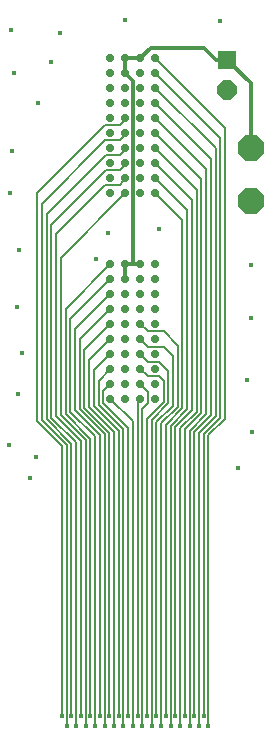
<source format=gtl>
G75*
%MOIN*%
%OFA0B0*%
%FSLAX25Y25*%
%IPPOS*%
%LPD*%
%AMOC8*
5,1,8,0,0,1.08239X$1,22.5*
%
%ADD10OC8,0.02800*%
%ADD11OC8,0.06496*%
%ADD12R,0.06496X0.06496*%
%ADD13OC8,0.08858*%
%ADD14C,0.01587*%
%ADD15C,0.01200*%
%ADD16C,0.00500*%
D10*
X0131795Y0159459D03*
X0131795Y0164459D03*
X0131795Y0169459D03*
X0131795Y0174459D03*
X0131795Y0179459D03*
X0131795Y0184459D03*
X0131795Y0189459D03*
X0131795Y0194459D03*
X0131795Y0199459D03*
X0131795Y0204459D03*
X0136795Y0204459D03*
X0141795Y0204459D03*
X0141795Y0199459D03*
X0136795Y0199459D03*
X0136795Y0194459D03*
X0141795Y0194459D03*
X0141795Y0189459D03*
X0136795Y0189459D03*
X0136795Y0184459D03*
X0141795Y0184459D03*
X0141795Y0179459D03*
X0136795Y0179459D03*
X0136795Y0174459D03*
X0141795Y0174459D03*
X0141795Y0169459D03*
X0136795Y0169459D03*
X0136795Y0164459D03*
X0141795Y0164459D03*
X0141795Y0159459D03*
X0136795Y0159459D03*
X0146795Y0159459D03*
X0146795Y0164459D03*
X0146795Y0169459D03*
X0146795Y0174459D03*
X0146795Y0179459D03*
X0146795Y0184459D03*
X0146795Y0189459D03*
X0146795Y0194459D03*
X0146795Y0199459D03*
X0146795Y0204459D03*
X0146795Y0227975D03*
X0146795Y0232975D03*
X0141795Y0232975D03*
X0136795Y0232975D03*
X0136795Y0227975D03*
X0141795Y0227975D03*
X0131795Y0227975D03*
X0131795Y0232975D03*
X0131795Y0237975D03*
X0131795Y0242975D03*
X0131795Y0247975D03*
X0131795Y0252975D03*
X0131795Y0257975D03*
X0131795Y0262975D03*
X0131795Y0267975D03*
X0131795Y0272975D03*
X0136795Y0272975D03*
X0136795Y0267975D03*
X0141795Y0267975D03*
X0141795Y0272975D03*
X0146795Y0272975D03*
X0146795Y0267975D03*
X0146795Y0262975D03*
X0146795Y0257975D03*
X0141795Y0257975D03*
X0136795Y0257975D03*
X0136795Y0262975D03*
X0141795Y0262975D03*
X0141795Y0252975D03*
X0136795Y0252975D03*
X0136795Y0247975D03*
X0141795Y0247975D03*
X0141795Y0242975D03*
X0136795Y0242975D03*
X0136795Y0237975D03*
X0141795Y0237975D03*
X0146795Y0237975D03*
X0146795Y0242975D03*
X0146795Y0247975D03*
X0146795Y0252975D03*
D11*
X0170791Y0262510D03*
D12*
X0170791Y0272510D03*
D13*
X0178665Y0242982D03*
X0178665Y0225266D03*
D14*
X0105043Y0133140D03*
X0107012Y0140226D03*
X0097957Y0144163D03*
X0101106Y0161092D03*
X0102287Y0174872D03*
X0100713Y0190226D03*
X0101500Y0209124D03*
X0098350Y0228022D03*
X0099138Y0242195D03*
X0107799Y0257943D03*
X0099531Y0268179D03*
X0098744Y0282352D03*
X0112130Y0271722D03*
X0114886Y0281565D03*
X0136539Y0285896D03*
X0168429Y0285502D03*
X0147957Y0216211D03*
X0131028Y0214636D03*
X0127091Y0205974D03*
X0177484Y0165817D03*
X0179059Y0148494D03*
X0174335Y0136289D03*
X0178665Y0186289D03*
X0178665Y0204006D03*
X0162917Y0053612D03*
X0159768Y0053612D03*
X0156618Y0053612D03*
X0153468Y0053612D03*
X0151894Y0050463D03*
X0155043Y0050463D03*
X0158193Y0050463D03*
X0161343Y0050463D03*
X0164492Y0050463D03*
X0150319Y0053612D03*
X0147169Y0053612D03*
X0144020Y0053612D03*
X0140870Y0053612D03*
X0137720Y0053612D03*
X0134571Y0053612D03*
X0131421Y0053612D03*
X0128272Y0053612D03*
X0129846Y0050463D03*
X0126697Y0050463D03*
X0123547Y0050463D03*
X0120398Y0050463D03*
X0117248Y0050463D03*
X0115673Y0053612D03*
X0118823Y0053612D03*
X0121972Y0053612D03*
X0125122Y0053612D03*
X0132996Y0050463D03*
X0136146Y0050463D03*
X0139295Y0050463D03*
X0142445Y0050463D03*
X0145594Y0050463D03*
X0148744Y0050463D03*
D15*
X0136795Y0199459D02*
X0136795Y0204459D01*
X0139295Y0204459D01*
X0141795Y0204459D01*
X0139295Y0204459D02*
X0139295Y0265475D01*
X0136795Y0267975D01*
X0136795Y0272975D01*
X0141795Y0272975D01*
X0145267Y0276447D01*
X0162917Y0276447D01*
X0166854Y0272510D01*
X0170791Y0272510D01*
X0178665Y0264636D01*
X0178665Y0242982D01*
D16*
X0170004Y0249766D02*
X0170004Y0152825D01*
X0164492Y0147313D01*
X0164492Y0050463D01*
X0162917Y0053612D02*
X0162917Y0147707D01*
X0168429Y0153218D01*
X0168429Y0246341D01*
X0146795Y0267975D01*
X0146795Y0272975D02*
X0170004Y0249766D01*
X0166854Y0242916D02*
X0166854Y0153612D01*
X0161343Y0148100D01*
X0161343Y0050463D01*
X0158193Y0050463D02*
X0158193Y0148888D01*
X0163705Y0154400D01*
X0163705Y0236065D01*
X0146795Y0252975D01*
X0146795Y0247975D02*
X0162130Y0232640D01*
X0162130Y0154793D01*
X0156618Y0149281D01*
X0156618Y0053612D01*
X0153468Y0053612D02*
X0153468Y0150069D01*
X0158980Y0155581D01*
X0158980Y0225790D01*
X0146795Y0237975D01*
X0146795Y0242975D02*
X0160555Y0229215D01*
X0160555Y0155187D01*
X0155043Y0149675D01*
X0155043Y0050463D01*
X0151894Y0050463D02*
X0151894Y0150463D01*
X0157405Y0155974D01*
X0157405Y0222365D01*
X0146795Y0232975D01*
X0146795Y0227975D02*
X0155831Y0218939D01*
X0155831Y0156368D01*
X0150319Y0150856D01*
X0150319Y0053612D01*
X0147169Y0053612D02*
X0147169Y0151644D01*
X0152681Y0157155D01*
X0152681Y0173691D01*
X0149531Y0176841D01*
X0144413Y0176841D01*
X0144392Y0176862D01*
X0141795Y0179459D01*
X0144295Y0181959D02*
X0141795Y0184458D01*
X0141795Y0184459D01*
X0144295Y0181959D02*
X0149531Y0181959D01*
X0154256Y0177234D01*
X0154256Y0156762D01*
X0148744Y0151250D01*
X0148744Y0050463D01*
X0145594Y0050463D02*
X0145594Y0152431D01*
X0151106Y0157943D01*
X0151106Y0168712D01*
X0147957Y0171862D01*
X0144392Y0171862D01*
X0141795Y0174459D01*
X0141795Y0169459D02*
X0144256Y0166998D01*
X0147957Y0166998D01*
X0149531Y0165423D01*
X0149531Y0158337D01*
X0144020Y0152825D01*
X0144020Y0053612D01*
X0140870Y0053612D02*
X0140870Y0158533D01*
X0141795Y0159459D01*
X0144413Y0157943D02*
X0142445Y0155974D01*
X0142445Y0050463D01*
X0139295Y0050463D02*
X0139295Y0151959D01*
X0131795Y0159459D01*
X0129453Y0157943D02*
X0137720Y0149675D01*
X0137720Y0053612D01*
X0134571Y0053612D02*
X0134571Y0148888D01*
X0126303Y0157155D01*
X0126303Y0168966D01*
X0131795Y0174459D01*
X0131795Y0169459D02*
X0127878Y0165541D01*
X0127878Y0157549D01*
X0136146Y0149281D01*
X0136146Y0050463D01*
X0132996Y0050463D02*
X0132996Y0148494D01*
X0124728Y0156762D01*
X0124728Y0172392D01*
X0131795Y0179459D01*
X0131795Y0184459D02*
X0123154Y0175817D01*
X0123154Y0156368D01*
X0131421Y0148100D01*
X0131421Y0053612D01*
X0128272Y0053612D02*
X0128272Y0147313D01*
X0120004Y0155581D01*
X0120004Y0182667D01*
X0131795Y0194459D01*
X0131795Y0189459D02*
X0121579Y0179242D01*
X0121579Y0155974D01*
X0129846Y0147707D01*
X0129846Y0050463D01*
X0126697Y0050463D02*
X0126697Y0146919D01*
X0118429Y0155187D01*
X0118429Y0186092D01*
X0131795Y0199459D01*
X0131795Y0204459D02*
X0116854Y0189518D01*
X0116854Y0154400D01*
X0125122Y0146132D01*
X0125122Y0053612D01*
X0121972Y0053612D02*
X0121972Y0145344D01*
X0113705Y0153612D01*
X0113705Y0214242D01*
X0130075Y0230612D01*
X0135067Y0230612D01*
X0136795Y0232975D01*
X0134932Y0235612D02*
X0130350Y0235612D01*
X0112130Y0217392D01*
X0112130Y0153218D01*
X0120398Y0144951D01*
X0120398Y0050463D01*
X0123547Y0050463D02*
X0123547Y0145738D01*
X0115280Y0154006D01*
X0115280Y0206459D01*
X0136795Y0227975D01*
X0134932Y0235612D02*
X0137295Y0237975D01*
X0136795Y0237975D01*
X0134932Y0240612D02*
X0137295Y0242975D01*
X0136795Y0242975D01*
X0134932Y0240612D02*
X0130232Y0240612D01*
X0110555Y0220935D01*
X0110555Y0152825D01*
X0118823Y0144557D01*
X0118823Y0053612D01*
X0115673Y0053612D02*
X0115673Y0143770D01*
X0107405Y0152037D01*
X0107405Y0228022D01*
X0129996Y0250612D01*
X0134932Y0250612D01*
X0137295Y0252975D01*
X0136795Y0252975D01*
X0136795Y0247975D02*
X0137295Y0247975D01*
X0134932Y0245612D01*
X0130114Y0245612D01*
X0108980Y0224478D01*
X0108980Y0152431D01*
X0117248Y0144163D01*
X0117248Y0050463D01*
X0159768Y0053612D02*
X0159768Y0148494D01*
X0165280Y0154006D01*
X0165280Y0239491D01*
X0146795Y0257975D01*
X0146795Y0262975D02*
X0166854Y0242916D01*
X0141795Y0164459D02*
X0144413Y0161840D01*
X0144413Y0157943D01*
X0131795Y0164459D02*
X0129453Y0162116D01*
X0129453Y0157943D01*
M02*

</source>
